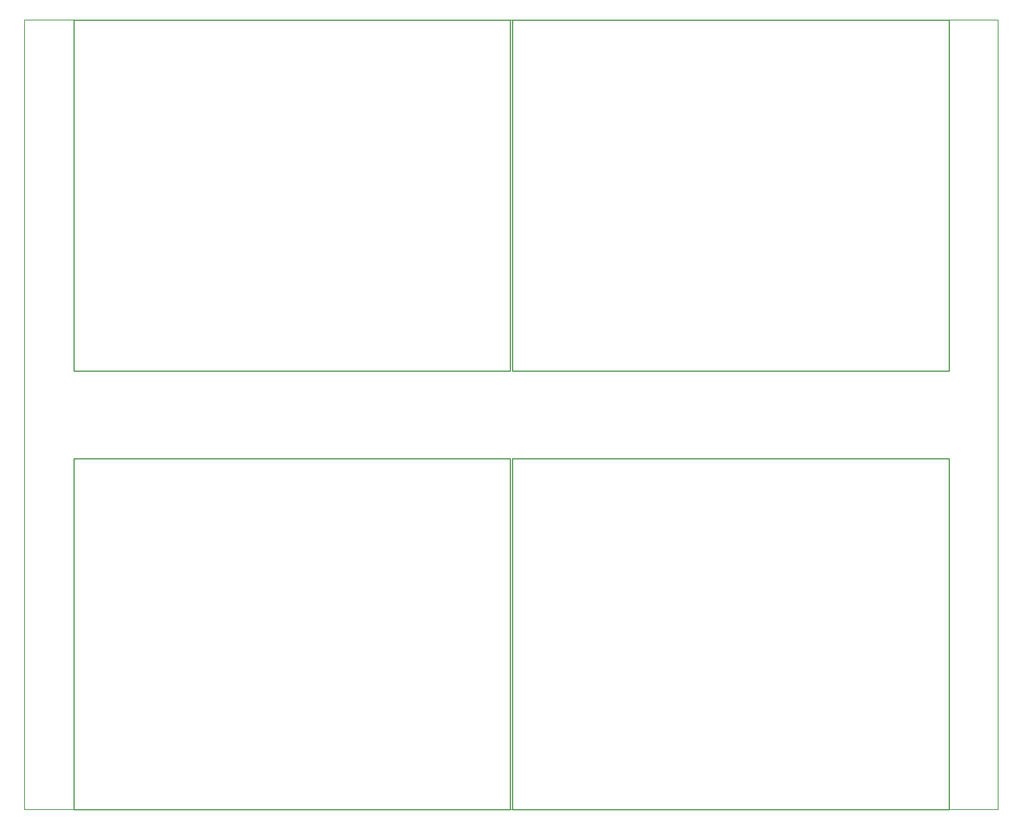
<source format=gko>
G04 Layer_Color=16711935*
%FSLAX24Y24*%
%MOIN*%
G70*
G01*
G75*
%ADD63C,0.0100*%
%ADD117C,0.0050*%
D63*
X43602Y0D02*
Y31496D01*
X4429D02*
X43602D01*
X4429Y0D02*
Y31496D01*
Y0D02*
X43602D01*
X82972D02*
Y31496D01*
X43799D02*
X82972D01*
X43799Y0D02*
Y31496D01*
Y0D02*
X82972D01*
X43602Y39370D02*
Y70866D01*
X4429D02*
X43602D01*
X4429Y39370D02*
Y70866D01*
Y39370D02*
X43602D01*
X82972D02*
Y70866D01*
X43799D02*
X82972D01*
X43799Y39370D02*
Y70866D01*
Y39370D02*
X82972D01*
D117*
X0Y0D02*
Y70866D01*
X87402D01*
Y0D02*
Y70866D01*
X0Y0D02*
X87402D01*
M02*

</source>
